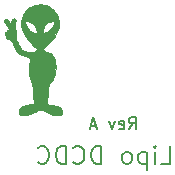
<source format=gbr>
%TF.GenerationSoftware,KiCad,Pcbnew,7.0.5*%
%TF.CreationDate,2023-06-26T08:48:10-07:00*%
%TF.ProjectId,42Vdownto5V,34325664-6f77-46e7-946f-35562e6b6963,rev?*%
%TF.SameCoordinates,Original*%
%TF.FileFunction,Legend,Bot*%
%TF.FilePolarity,Positive*%
%FSLAX46Y46*%
G04 Gerber Fmt 4.6, Leading zero omitted, Abs format (unit mm)*
G04 Created by KiCad (PCBNEW 7.0.5) date 2023-06-26 08:48:10*
%MOMM*%
%LPD*%
G01*
G04 APERTURE LIST*
%ADD10C,0.150000*%
%ADD11C,0.200000*%
%ADD12C,0.010000*%
G04 APERTURE END LIST*
D10*
X119091792Y-98869819D02*
X119425125Y-98393628D01*
X119663220Y-98869819D02*
X119663220Y-97869819D01*
X119663220Y-97869819D02*
X119282268Y-97869819D01*
X119282268Y-97869819D02*
X119187030Y-97917438D01*
X119187030Y-97917438D02*
X119139411Y-97965057D01*
X119139411Y-97965057D02*
X119091792Y-98060295D01*
X119091792Y-98060295D02*
X119091792Y-98203152D01*
X119091792Y-98203152D02*
X119139411Y-98298390D01*
X119139411Y-98298390D02*
X119187030Y-98346009D01*
X119187030Y-98346009D02*
X119282268Y-98393628D01*
X119282268Y-98393628D02*
X119663220Y-98393628D01*
X118282268Y-98822200D02*
X118377506Y-98869819D01*
X118377506Y-98869819D02*
X118567982Y-98869819D01*
X118567982Y-98869819D02*
X118663220Y-98822200D01*
X118663220Y-98822200D02*
X118710839Y-98726961D01*
X118710839Y-98726961D02*
X118710839Y-98346009D01*
X118710839Y-98346009D02*
X118663220Y-98250771D01*
X118663220Y-98250771D02*
X118567982Y-98203152D01*
X118567982Y-98203152D02*
X118377506Y-98203152D01*
X118377506Y-98203152D02*
X118282268Y-98250771D01*
X118282268Y-98250771D02*
X118234649Y-98346009D01*
X118234649Y-98346009D02*
X118234649Y-98441247D01*
X118234649Y-98441247D02*
X118710839Y-98536485D01*
X117901315Y-98203152D02*
X117663220Y-98869819D01*
X117663220Y-98869819D02*
X117425125Y-98203152D01*
X116329886Y-98584104D02*
X115853696Y-98584104D01*
X116425124Y-98869819D02*
X116091791Y-97869819D01*
X116091791Y-97869819D02*
X115758458Y-98869819D01*
D11*
X121821428Y-101806028D02*
X122535714Y-101806028D01*
X122535714Y-101806028D02*
X122535714Y-100306028D01*
X121321428Y-101806028D02*
X121321428Y-100806028D01*
X121321428Y-100306028D02*
X121392856Y-100377457D01*
X121392856Y-100377457D02*
X121321428Y-100448885D01*
X121321428Y-100448885D02*
X121249999Y-100377457D01*
X121249999Y-100377457D02*
X121321428Y-100306028D01*
X121321428Y-100306028D02*
X121321428Y-100448885D01*
X120607142Y-100806028D02*
X120607142Y-102306028D01*
X120607142Y-100877457D02*
X120464285Y-100806028D01*
X120464285Y-100806028D02*
X120178570Y-100806028D01*
X120178570Y-100806028D02*
X120035713Y-100877457D01*
X120035713Y-100877457D02*
X119964285Y-100948885D01*
X119964285Y-100948885D02*
X119892856Y-101091742D01*
X119892856Y-101091742D02*
X119892856Y-101520314D01*
X119892856Y-101520314D02*
X119964285Y-101663171D01*
X119964285Y-101663171D02*
X120035713Y-101734600D01*
X120035713Y-101734600D02*
X120178570Y-101806028D01*
X120178570Y-101806028D02*
X120464285Y-101806028D01*
X120464285Y-101806028D02*
X120607142Y-101734600D01*
X119035713Y-101806028D02*
X119178570Y-101734600D01*
X119178570Y-101734600D02*
X119249999Y-101663171D01*
X119249999Y-101663171D02*
X119321427Y-101520314D01*
X119321427Y-101520314D02*
X119321427Y-101091742D01*
X119321427Y-101091742D02*
X119249999Y-100948885D01*
X119249999Y-100948885D02*
X119178570Y-100877457D01*
X119178570Y-100877457D02*
X119035713Y-100806028D01*
X119035713Y-100806028D02*
X118821427Y-100806028D01*
X118821427Y-100806028D02*
X118678570Y-100877457D01*
X118678570Y-100877457D02*
X118607142Y-100948885D01*
X118607142Y-100948885D02*
X118535713Y-101091742D01*
X118535713Y-101091742D02*
X118535713Y-101520314D01*
X118535713Y-101520314D02*
X118607142Y-101663171D01*
X118607142Y-101663171D02*
X118678570Y-101734600D01*
X118678570Y-101734600D02*
X118821427Y-101806028D01*
X118821427Y-101806028D02*
X119035713Y-101806028D01*
X116749999Y-101806028D02*
X116749999Y-100306028D01*
X116749999Y-100306028D02*
X116392856Y-100306028D01*
X116392856Y-100306028D02*
X116178570Y-100377457D01*
X116178570Y-100377457D02*
X116035713Y-100520314D01*
X116035713Y-100520314D02*
X115964284Y-100663171D01*
X115964284Y-100663171D02*
X115892856Y-100948885D01*
X115892856Y-100948885D02*
X115892856Y-101163171D01*
X115892856Y-101163171D02*
X115964284Y-101448885D01*
X115964284Y-101448885D02*
X116035713Y-101591742D01*
X116035713Y-101591742D02*
X116178570Y-101734600D01*
X116178570Y-101734600D02*
X116392856Y-101806028D01*
X116392856Y-101806028D02*
X116749999Y-101806028D01*
X114392856Y-101663171D02*
X114464284Y-101734600D01*
X114464284Y-101734600D02*
X114678570Y-101806028D01*
X114678570Y-101806028D02*
X114821427Y-101806028D01*
X114821427Y-101806028D02*
X115035713Y-101734600D01*
X115035713Y-101734600D02*
X115178570Y-101591742D01*
X115178570Y-101591742D02*
X115249999Y-101448885D01*
X115249999Y-101448885D02*
X115321427Y-101163171D01*
X115321427Y-101163171D02*
X115321427Y-100948885D01*
X115321427Y-100948885D02*
X115249999Y-100663171D01*
X115249999Y-100663171D02*
X115178570Y-100520314D01*
X115178570Y-100520314D02*
X115035713Y-100377457D01*
X115035713Y-100377457D02*
X114821427Y-100306028D01*
X114821427Y-100306028D02*
X114678570Y-100306028D01*
X114678570Y-100306028D02*
X114464284Y-100377457D01*
X114464284Y-100377457D02*
X114392856Y-100448885D01*
X113749999Y-101806028D02*
X113749999Y-100306028D01*
X113749999Y-100306028D02*
X113392856Y-100306028D01*
X113392856Y-100306028D02*
X113178570Y-100377457D01*
X113178570Y-100377457D02*
X113035713Y-100520314D01*
X113035713Y-100520314D02*
X112964284Y-100663171D01*
X112964284Y-100663171D02*
X112892856Y-100948885D01*
X112892856Y-100948885D02*
X112892856Y-101163171D01*
X112892856Y-101163171D02*
X112964284Y-101448885D01*
X112964284Y-101448885D02*
X113035713Y-101591742D01*
X113035713Y-101591742D02*
X113178570Y-101734600D01*
X113178570Y-101734600D02*
X113392856Y-101806028D01*
X113392856Y-101806028D02*
X113749999Y-101806028D01*
X111392856Y-101663171D02*
X111464284Y-101734600D01*
X111464284Y-101734600D02*
X111678570Y-101806028D01*
X111678570Y-101806028D02*
X111821427Y-101806028D01*
X111821427Y-101806028D02*
X112035713Y-101734600D01*
X112035713Y-101734600D02*
X112178570Y-101591742D01*
X112178570Y-101591742D02*
X112249999Y-101448885D01*
X112249999Y-101448885D02*
X112321427Y-101163171D01*
X112321427Y-101163171D02*
X112321427Y-100948885D01*
X112321427Y-100948885D02*
X112249999Y-100663171D01*
X112249999Y-100663171D02*
X112178570Y-100520314D01*
X112178570Y-100520314D02*
X112035713Y-100377457D01*
X112035713Y-100377457D02*
X111821427Y-100306028D01*
X111821427Y-100306028D02*
X111678570Y-100306028D01*
X111678570Y-100306028D02*
X111464284Y-100377457D01*
X111464284Y-100377457D02*
X111392856Y-100448885D01*
%TO.C,G\u002A\u002A\u002A*%
D12*
X113156187Y-89743860D02*
X113165707Y-89869461D01*
X113169619Y-89989351D01*
X113167479Y-90095107D01*
X113158841Y-90178305D01*
X113143546Y-90252203D01*
X113095772Y-90415530D01*
X113027810Y-90591769D01*
X112942220Y-90775642D01*
X112841559Y-90961871D01*
X112728386Y-91145178D01*
X112605258Y-91320286D01*
X112582165Y-91349650D01*
X112519810Y-91422161D01*
X112441093Y-91507610D01*
X112351218Y-91600839D01*
X112255388Y-91696687D01*
X112158807Y-91789994D01*
X112066679Y-91875602D01*
X111984209Y-91948350D01*
X111916599Y-92003079D01*
X111881585Y-92031405D01*
X111846591Y-92067901D01*
X111836828Y-92093065D01*
X111838638Y-92100234D01*
X111867539Y-92152435D01*
X111922167Y-92208512D01*
X111998026Y-92265431D01*
X112090617Y-92320158D01*
X112195444Y-92369660D01*
X112308009Y-92410903D01*
X112387802Y-92436678D01*
X112470110Y-92467136D01*
X112532340Y-92498137D01*
X112580551Y-92534496D01*
X112620797Y-92581030D01*
X112659138Y-92642556D01*
X112701628Y-92723888D01*
X112711158Y-92743201D01*
X112768806Y-92878364D01*
X112813466Y-93021505D01*
X112846367Y-93178307D01*
X112868742Y-93354453D01*
X112881821Y-93555625D01*
X112884542Y-93685249D01*
X112873206Y-93940106D01*
X112839155Y-94175712D01*
X112782591Y-94390886D01*
X112703721Y-94584449D01*
X112684722Y-94621784D01*
X112635163Y-94706284D01*
X112579564Y-94779759D01*
X112510691Y-94851030D01*
X112421310Y-94928922D01*
X112418972Y-94930857D01*
X112387605Y-94959229D01*
X112362362Y-94989269D01*
X112341973Y-95025260D01*
X112325168Y-95071479D01*
X112310678Y-95132209D01*
X112297231Y-95211727D01*
X112283558Y-95314315D01*
X112268389Y-95444253D01*
X112267786Y-95449653D01*
X112259867Y-95526841D01*
X112250747Y-95625306D01*
X112240787Y-95740239D01*
X112230348Y-95866830D01*
X112219788Y-96000269D01*
X112209469Y-96135747D01*
X112199749Y-96268453D01*
X112190990Y-96393578D01*
X112183550Y-96506313D01*
X112177790Y-96601847D01*
X112174070Y-96675371D01*
X112172750Y-96722075D01*
X112172750Y-96774678D01*
X112335469Y-96793349D01*
X112451192Y-96807576D01*
X112666585Y-96840355D01*
X112852438Y-96878291D01*
X113010034Y-96921917D01*
X113140656Y-96971768D01*
X113245589Y-97028378D01*
X113326118Y-97092281D01*
X113383524Y-97164011D01*
X113419094Y-97244102D01*
X113428964Y-97287055D01*
X113438902Y-97358981D01*
X113442750Y-97429658D01*
X113442746Y-97432122D01*
X113434560Y-97521925D01*
X113408667Y-97588519D01*
X113362019Y-97636782D01*
X113291571Y-97671588D01*
X113224302Y-97687239D01*
X113129432Y-97695750D01*
X113017267Y-97696391D01*
X112894597Y-97689719D01*
X112768214Y-97676294D01*
X112644907Y-97656675D01*
X112531468Y-97631420D01*
X112434688Y-97601087D01*
X112418224Y-97594054D01*
X112373684Y-97573540D01*
X112308421Y-97542636D01*
X112226976Y-97503513D01*
X112133888Y-97458342D01*
X112033695Y-97409295D01*
X111963435Y-97375168D01*
X111866361Y-97329396D01*
X111778780Y-97289672D01*
X111705404Y-97258065D01*
X111650941Y-97236646D01*
X111620101Y-97227485D01*
X111603240Y-97226087D01*
X111574369Y-97228395D01*
X111538761Y-97238022D01*
X111491111Y-97256900D01*
X111426115Y-97286963D01*
X111338469Y-97330145D01*
X111322664Y-97338021D01*
X111122085Y-97432901D01*
X110929245Y-97514900D01*
X110749849Y-97581724D01*
X110589600Y-97631082D01*
X110556252Y-97639794D01*
X110493840Y-97654082D01*
X110434564Y-97663707D01*
X110369707Y-97669602D01*
X110290550Y-97672696D01*
X110188375Y-97673921D01*
X110128064Y-97674071D01*
X110046306Y-97673240D01*
X109987266Y-97670578D01*
X109945246Y-97665560D01*
X109914548Y-97657660D01*
X109889472Y-97646353D01*
X109862036Y-97627531D01*
X109815209Y-97568159D01*
X109786178Y-97485278D01*
X109776063Y-97381500D01*
X109778195Y-97313227D01*
X109791841Y-97226897D01*
X109820405Y-97156590D01*
X109866549Y-97093843D01*
X109901650Y-97060575D01*
X109987314Y-97002646D01*
X110098715Y-96948131D01*
X110232017Y-96898231D01*
X110383380Y-96854144D01*
X110548968Y-96817069D01*
X110724940Y-96788205D01*
X110907459Y-96768749D01*
X111047106Y-96757888D01*
X111037952Y-96652975D01*
X111036623Y-96636656D01*
X111032584Y-96581424D01*
X111027099Y-96501589D01*
X111020484Y-96401947D01*
X111013055Y-96287291D01*
X111005129Y-96162419D01*
X110997021Y-96032125D01*
X110996646Y-96026048D01*
X110982885Y-95815476D01*
X110968883Y-95632143D01*
X110953763Y-95471665D01*
X110936646Y-95329654D01*
X110916654Y-95201727D01*
X110892910Y-95083497D01*
X110864535Y-94970579D01*
X110830653Y-94858587D01*
X110790383Y-94743136D01*
X110742850Y-94619839D01*
X110687175Y-94484312D01*
X110682254Y-94472559D01*
X110659720Y-94416760D01*
X110644083Y-94370683D01*
X110633827Y-94326036D01*
X110627437Y-94274525D01*
X110623397Y-94207856D01*
X110620193Y-94117739D01*
X110619582Y-93916373D01*
X110630006Y-93684164D01*
X110651261Y-93436260D01*
X110682875Y-93179707D01*
X110688432Y-93139617D01*
X110700403Y-93039764D01*
X110705219Y-92964665D01*
X110702350Y-92909583D01*
X110691268Y-92869781D01*
X110671444Y-92840523D01*
X110642346Y-92817071D01*
X110627453Y-92809694D01*
X110584128Y-92792383D01*
X110520383Y-92769168D01*
X110442075Y-92742161D01*
X110355063Y-92713474D01*
X110311170Y-92698967D01*
X110211459Y-92663756D01*
X110114462Y-92626787D01*
X110029420Y-92591655D01*
X109965576Y-92561956D01*
X109937173Y-92546806D01*
X109832776Y-92482484D01*
X109732903Y-92408661D01*
X109646033Y-92332006D01*
X109580646Y-92259189D01*
X109567306Y-92240399D01*
X109526452Y-92173808D01*
X109478462Y-92085437D01*
X109426237Y-91981004D01*
X109372678Y-91866227D01*
X109320686Y-91746824D01*
X109289178Y-91673542D01*
X109240960Y-91572235D01*
X109194397Y-91492781D01*
X109144968Y-91429779D01*
X109088149Y-91377831D01*
X109019417Y-91331538D01*
X108934250Y-91285499D01*
X108895656Y-91265608D01*
X108813092Y-91217506D01*
X108752333Y-91170928D01*
X108707106Y-91120523D01*
X108671142Y-91060938D01*
X108655638Y-91028080D01*
X108625221Y-90947868D01*
X108603215Y-90867322D01*
X108591908Y-90795830D01*
X108593590Y-90742782D01*
X108606549Y-90713804D01*
X108640574Y-90666159D01*
X108688395Y-90611482D01*
X108743476Y-90556249D01*
X108799283Y-90506939D01*
X108849283Y-90470027D01*
X108886940Y-90451993D01*
X108906889Y-90446888D01*
X108921837Y-90439157D01*
X108928246Y-90426299D01*
X108924712Y-90405346D01*
X108909832Y-90373330D01*
X108882201Y-90327285D01*
X108840418Y-90264242D01*
X108783077Y-90181234D01*
X108708776Y-90075293D01*
X108656563Y-89995829D01*
X108598028Y-89888755D01*
X108558656Y-89791363D01*
X108540948Y-89709109D01*
X108538028Y-89662753D01*
X108542553Y-89633148D01*
X108560249Y-89613115D01*
X108596490Y-89591247D01*
X108638721Y-89570580D01*
X108675253Y-89564488D01*
X108718807Y-89572713D01*
X108741234Y-89581256D01*
X108793830Y-89612806D01*
X108844577Y-89655781D01*
X108867304Y-89681516D01*
X108915010Y-89748367D01*
X108965498Y-89832338D01*
X109014136Y-89924918D01*
X109056294Y-90017598D01*
X109087340Y-90101869D01*
X109116581Y-90196175D01*
X109127688Y-90133619D01*
X109131955Y-90095197D01*
X109135745Y-90032524D01*
X109138474Y-89955394D01*
X109139735Y-89872625D01*
X109140863Y-89801856D01*
X109146484Y-89713790D01*
X109158408Y-89648003D01*
X109178448Y-89598829D01*
X109208418Y-89560603D01*
X109250129Y-89527660D01*
X109258392Y-89522370D01*
X109327248Y-89495258D01*
X109393741Y-89497822D01*
X109453272Y-89530010D01*
X109473237Y-89548603D01*
X109486860Y-89568882D01*
X109493941Y-89596996D01*
X109496391Y-89640914D01*
X109496121Y-89708604D01*
X109495276Y-89736278D01*
X109487385Y-89831701D01*
X109472599Y-89941167D01*
X109452465Y-90052501D01*
X109432785Y-90150139D01*
X109419484Y-90225613D01*
X109413508Y-90280975D01*
X109415088Y-90321753D01*
X109424454Y-90353472D01*
X109441838Y-90381659D01*
X109467470Y-90411841D01*
X109518279Y-90485496D01*
X109555841Y-90583883D01*
X109569257Y-90688741D01*
X109568063Y-90711780D01*
X109561386Y-90768975D01*
X109550155Y-90840724D01*
X109535873Y-90916759D01*
X109526524Y-90964801D01*
X109515278Y-91040848D01*
X109512242Y-91108683D01*
X109518649Y-91174280D01*
X109535735Y-91243617D01*
X109564736Y-91322669D01*
X109606886Y-91417411D01*
X109663421Y-91533819D01*
X109716968Y-91639638D01*
X109793885Y-91782193D01*
X109864928Y-91899950D01*
X109932689Y-91996136D01*
X109999763Y-92073977D01*
X110068744Y-92136699D01*
X110142224Y-92187529D01*
X110222797Y-92229693D01*
X110344572Y-92276525D01*
X110485180Y-92313393D01*
X110630647Y-92336450D01*
X110774484Y-92345317D01*
X110910200Y-92339612D01*
X111031306Y-92318954D01*
X111131312Y-92282965D01*
X111158259Y-92268534D01*
X111214460Y-92233908D01*
X111269629Y-92195127D01*
X111317184Y-92157259D01*
X111350543Y-92125370D01*
X111363125Y-92104525D01*
X111363123Y-92104393D01*
X111350259Y-92087540D01*
X111315913Y-92057792D01*
X111265266Y-92019309D01*
X111203498Y-91976254D01*
X111172331Y-91954848D01*
X111010428Y-91827744D01*
X110847697Y-91674962D01*
X110687964Y-91501197D01*
X110535055Y-91311142D01*
X110392794Y-91109493D01*
X110265006Y-90900943D01*
X110155517Y-90690187D01*
X110107317Y-90583117D01*
X110056450Y-90451164D01*
X110020261Y-90326292D01*
X109995899Y-90198177D01*
X109980513Y-90056494D01*
X109973065Y-89936282D01*
X109971499Y-89783137D01*
X109977106Y-89709160D01*
X110281837Y-89709160D01*
X110289936Y-89747236D01*
X110293610Y-89764858D01*
X110303387Y-89813011D01*
X110314431Y-89868450D01*
X110327126Y-89922515D01*
X110376890Y-90062630D01*
X110448097Y-90201699D01*
X110535846Y-90332061D01*
X110635236Y-90446051D01*
X110741367Y-90536008D01*
X110765187Y-90552231D01*
X110892885Y-90628179D01*
X111030289Y-90694545D01*
X111162391Y-90743916D01*
X111167818Y-90745588D01*
X111221076Y-90761729D01*
X111260352Y-90773160D01*
X111277485Y-90777500D01*
X111277944Y-90777427D01*
X111282634Y-90760799D01*
X111283645Y-90719336D01*
X111281718Y-90671635D01*
X111791870Y-90671635D01*
X111793319Y-90719336D01*
X111793487Y-90724882D01*
X111797714Y-90762554D01*
X111803657Y-90776568D01*
X111803742Y-90776561D01*
X111824066Y-90771081D01*
X111865349Y-90757822D01*
X111918750Y-90739621D01*
X112114744Y-90658132D01*
X112290887Y-90556037D01*
X112441361Y-90435458D01*
X112566035Y-90296542D01*
X112664777Y-90139439D01*
X112737455Y-89964295D01*
X112783937Y-89771258D01*
X112794120Y-89709579D01*
X112664715Y-89720867D01*
X112541349Y-89735618D01*
X112399773Y-89766801D01*
X112278540Y-89813822D01*
X112172240Y-89879518D01*
X112075458Y-89966725D01*
X111982784Y-90078280D01*
X111946055Y-90130166D01*
X111874603Y-90253581D01*
X111826927Y-90379047D01*
X111800269Y-90515117D01*
X111791870Y-90670343D01*
X111791870Y-90671635D01*
X111281718Y-90671635D01*
X111281219Y-90659280D01*
X111275600Y-90586877D01*
X111267029Y-90508371D01*
X111252966Y-90417996D01*
X111223382Y-90303426D01*
X111179917Y-90202339D01*
X111118769Y-90104374D01*
X111087358Y-90062234D01*
X110981627Y-89945998D01*
X110864406Y-89855610D01*
X110732007Y-89789075D01*
X110580742Y-89744400D01*
X110406923Y-89719592D01*
X110281837Y-89709160D01*
X109977106Y-89709160D01*
X109981759Y-89647758D01*
X110004905Y-89522842D01*
X110041999Y-89401085D01*
X110094105Y-89275182D01*
X110140093Y-89181867D01*
X110260986Y-88984595D01*
X110402952Y-88810891D01*
X110565406Y-88661252D01*
X110747763Y-88536174D01*
X110949436Y-88436156D01*
X111169840Y-88361694D01*
X111240941Y-88346022D01*
X111367479Y-88328934D01*
X111507408Y-88320074D01*
X111650262Y-88319676D01*
X111785574Y-88327977D01*
X111902875Y-88345212D01*
X112052920Y-88382839D01*
X112246486Y-88454639D01*
X112423837Y-88550762D01*
X112589206Y-88673617D01*
X112746831Y-88825617D01*
X112776784Y-88858244D01*
X112874612Y-88971389D01*
X112951542Y-89074256D01*
X113011259Y-89173608D01*
X113057444Y-89276210D01*
X113093782Y-89388825D01*
X113123955Y-89518217D01*
X113141505Y-89620973D01*
X113152092Y-89709579D01*
X113156187Y-89743860D01*
G36*
X113156187Y-89743860D02*
G01*
X113165707Y-89869461D01*
X113169619Y-89989351D01*
X113167479Y-90095107D01*
X113158841Y-90178305D01*
X113143546Y-90252203D01*
X113095772Y-90415530D01*
X113027810Y-90591769D01*
X112942220Y-90775642D01*
X112841559Y-90961871D01*
X112728386Y-91145178D01*
X112605258Y-91320286D01*
X112582165Y-91349650D01*
X112519810Y-91422161D01*
X112441093Y-91507610D01*
X112351218Y-91600839D01*
X112255388Y-91696687D01*
X112158807Y-91789994D01*
X112066679Y-91875602D01*
X111984209Y-91948350D01*
X111916599Y-92003079D01*
X111881585Y-92031405D01*
X111846591Y-92067901D01*
X111836828Y-92093065D01*
X111838638Y-92100234D01*
X111867539Y-92152435D01*
X111922167Y-92208512D01*
X111998026Y-92265431D01*
X112090617Y-92320158D01*
X112195444Y-92369660D01*
X112308009Y-92410903D01*
X112387802Y-92436678D01*
X112470110Y-92467136D01*
X112532340Y-92498137D01*
X112580551Y-92534496D01*
X112620797Y-92581030D01*
X112659138Y-92642556D01*
X112701628Y-92723888D01*
X112711158Y-92743201D01*
X112768806Y-92878364D01*
X112813466Y-93021505D01*
X112846367Y-93178307D01*
X112868742Y-93354453D01*
X112881821Y-93555625D01*
X112884542Y-93685249D01*
X112873206Y-93940106D01*
X112839155Y-94175712D01*
X112782591Y-94390886D01*
X112703721Y-94584449D01*
X112684722Y-94621784D01*
X112635163Y-94706284D01*
X112579564Y-94779759D01*
X112510691Y-94851030D01*
X112421310Y-94928922D01*
X112418972Y-94930857D01*
X112387605Y-94959229D01*
X112362362Y-94989269D01*
X112341973Y-95025260D01*
X112325168Y-95071479D01*
X112310678Y-95132209D01*
X112297231Y-95211727D01*
X112283558Y-95314315D01*
X112268389Y-95444253D01*
X112267786Y-95449653D01*
X112259867Y-95526841D01*
X112250747Y-95625306D01*
X112240787Y-95740239D01*
X112230348Y-95866830D01*
X112219788Y-96000269D01*
X112209469Y-96135747D01*
X112199749Y-96268453D01*
X112190990Y-96393578D01*
X112183550Y-96506313D01*
X112177790Y-96601847D01*
X112174070Y-96675371D01*
X112172750Y-96722075D01*
X112172750Y-96774678D01*
X112335469Y-96793349D01*
X112451192Y-96807576D01*
X112666585Y-96840355D01*
X112852438Y-96878291D01*
X113010034Y-96921917D01*
X113140656Y-96971768D01*
X113245589Y-97028378D01*
X113326118Y-97092281D01*
X113383524Y-97164011D01*
X113419094Y-97244102D01*
X113428964Y-97287055D01*
X113438902Y-97358981D01*
X113442750Y-97429658D01*
X113442746Y-97432122D01*
X113434560Y-97521925D01*
X113408667Y-97588519D01*
X113362019Y-97636782D01*
X113291571Y-97671588D01*
X113224302Y-97687239D01*
X113129432Y-97695750D01*
X113017267Y-97696391D01*
X112894597Y-97689719D01*
X112768214Y-97676294D01*
X112644907Y-97656675D01*
X112531468Y-97631420D01*
X112434688Y-97601087D01*
X112418224Y-97594054D01*
X112373684Y-97573540D01*
X112308421Y-97542636D01*
X112226976Y-97503513D01*
X112133888Y-97458342D01*
X112033695Y-97409295D01*
X111963435Y-97375168D01*
X111866361Y-97329396D01*
X111778780Y-97289672D01*
X111705404Y-97258065D01*
X111650941Y-97236646D01*
X111620101Y-97227485D01*
X111603240Y-97226087D01*
X111574369Y-97228395D01*
X111538761Y-97238022D01*
X111491111Y-97256900D01*
X111426115Y-97286963D01*
X111338469Y-97330145D01*
X111322664Y-97338021D01*
X111122085Y-97432901D01*
X110929245Y-97514900D01*
X110749849Y-97581724D01*
X110589600Y-97631082D01*
X110556252Y-97639794D01*
X110493840Y-97654082D01*
X110434564Y-97663707D01*
X110369707Y-97669602D01*
X110290550Y-97672696D01*
X110188375Y-97673921D01*
X110128064Y-97674071D01*
X110046306Y-97673240D01*
X109987266Y-97670578D01*
X109945246Y-97665560D01*
X109914548Y-97657660D01*
X109889472Y-97646353D01*
X109862036Y-97627531D01*
X109815209Y-97568159D01*
X109786178Y-97485278D01*
X109776063Y-97381500D01*
X109778195Y-97313227D01*
X109791841Y-97226897D01*
X109820405Y-97156590D01*
X109866549Y-97093843D01*
X109901650Y-97060575D01*
X109987314Y-97002646D01*
X110098715Y-96948131D01*
X110232017Y-96898231D01*
X110383380Y-96854144D01*
X110548968Y-96817069D01*
X110724940Y-96788205D01*
X110907459Y-96768749D01*
X111047106Y-96757888D01*
X111037952Y-96652975D01*
X111036623Y-96636656D01*
X111032584Y-96581424D01*
X111027099Y-96501589D01*
X111020484Y-96401947D01*
X111013055Y-96287291D01*
X111005129Y-96162419D01*
X110997021Y-96032125D01*
X110996646Y-96026048D01*
X110982885Y-95815476D01*
X110968883Y-95632143D01*
X110953763Y-95471665D01*
X110936646Y-95329654D01*
X110916654Y-95201727D01*
X110892910Y-95083497D01*
X110864535Y-94970579D01*
X110830653Y-94858587D01*
X110790383Y-94743136D01*
X110742850Y-94619839D01*
X110687175Y-94484312D01*
X110682254Y-94472559D01*
X110659720Y-94416760D01*
X110644083Y-94370683D01*
X110633827Y-94326036D01*
X110627437Y-94274525D01*
X110623397Y-94207856D01*
X110620193Y-94117739D01*
X110619582Y-93916373D01*
X110630006Y-93684164D01*
X110651261Y-93436260D01*
X110682875Y-93179707D01*
X110688432Y-93139617D01*
X110700403Y-93039764D01*
X110705219Y-92964665D01*
X110702350Y-92909583D01*
X110691268Y-92869781D01*
X110671444Y-92840523D01*
X110642346Y-92817071D01*
X110627453Y-92809694D01*
X110584128Y-92792383D01*
X110520383Y-92769168D01*
X110442075Y-92742161D01*
X110355063Y-92713474D01*
X110311170Y-92698967D01*
X110211459Y-92663756D01*
X110114462Y-92626787D01*
X110029420Y-92591655D01*
X109965576Y-92561956D01*
X109937173Y-92546806D01*
X109832776Y-92482484D01*
X109732903Y-92408661D01*
X109646033Y-92332006D01*
X109580646Y-92259189D01*
X109567306Y-92240399D01*
X109526452Y-92173808D01*
X109478462Y-92085437D01*
X109426237Y-91981004D01*
X109372678Y-91866227D01*
X109320686Y-91746824D01*
X109289178Y-91673542D01*
X109240960Y-91572235D01*
X109194397Y-91492781D01*
X109144968Y-91429779D01*
X109088149Y-91377831D01*
X109019417Y-91331538D01*
X108934250Y-91285499D01*
X108895656Y-91265608D01*
X108813092Y-91217506D01*
X108752333Y-91170928D01*
X108707106Y-91120523D01*
X108671142Y-91060938D01*
X108655638Y-91028080D01*
X108625221Y-90947868D01*
X108603215Y-90867322D01*
X108591908Y-90795830D01*
X108593590Y-90742782D01*
X108606549Y-90713804D01*
X108640574Y-90666159D01*
X108688395Y-90611482D01*
X108743476Y-90556249D01*
X108799283Y-90506939D01*
X108849283Y-90470027D01*
X108886940Y-90451993D01*
X108906889Y-90446888D01*
X108921837Y-90439157D01*
X108928246Y-90426299D01*
X108924712Y-90405346D01*
X108909832Y-90373330D01*
X108882201Y-90327285D01*
X108840418Y-90264242D01*
X108783077Y-90181234D01*
X108708776Y-90075293D01*
X108656563Y-89995829D01*
X108598028Y-89888755D01*
X108558656Y-89791363D01*
X108540948Y-89709109D01*
X108538028Y-89662753D01*
X108542553Y-89633148D01*
X108560249Y-89613115D01*
X108596490Y-89591247D01*
X108638721Y-89570580D01*
X108675253Y-89564488D01*
X108718807Y-89572713D01*
X108741234Y-89581256D01*
X108793830Y-89612806D01*
X108844577Y-89655781D01*
X108867304Y-89681516D01*
X108915010Y-89748367D01*
X108965498Y-89832338D01*
X109014136Y-89924918D01*
X109056294Y-90017598D01*
X109087340Y-90101869D01*
X109116581Y-90196175D01*
X109127688Y-90133619D01*
X109131955Y-90095197D01*
X109135745Y-90032524D01*
X109138474Y-89955394D01*
X109139735Y-89872625D01*
X109140863Y-89801856D01*
X109146484Y-89713790D01*
X109158408Y-89648003D01*
X109178448Y-89598829D01*
X109208418Y-89560603D01*
X109250129Y-89527660D01*
X109258392Y-89522370D01*
X109327248Y-89495258D01*
X109393741Y-89497822D01*
X109453272Y-89530010D01*
X109473237Y-89548603D01*
X109486860Y-89568882D01*
X109493941Y-89596996D01*
X109496391Y-89640914D01*
X109496121Y-89708604D01*
X109495276Y-89736278D01*
X109487385Y-89831701D01*
X109472599Y-89941167D01*
X109452465Y-90052501D01*
X109432785Y-90150139D01*
X109419484Y-90225613D01*
X109413508Y-90280975D01*
X109415088Y-90321753D01*
X109424454Y-90353472D01*
X109441838Y-90381659D01*
X109467470Y-90411841D01*
X109518279Y-90485496D01*
X109555841Y-90583883D01*
X109569257Y-90688741D01*
X109568063Y-90711780D01*
X109561386Y-90768975D01*
X109550155Y-90840724D01*
X109535873Y-90916759D01*
X109526524Y-90964801D01*
X109515278Y-91040848D01*
X109512242Y-91108683D01*
X109518649Y-91174280D01*
X109535735Y-91243617D01*
X109564736Y-91322669D01*
X109606886Y-91417411D01*
X109663421Y-91533819D01*
X109716968Y-91639638D01*
X109793885Y-91782193D01*
X109864928Y-91899950D01*
X109932689Y-91996136D01*
X109999763Y-92073977D01*
X110068744Y-92136699D01*
X110142224Y-92187529D01*
X110222797Y-92229693D01*
X110344572Y-92276525D01*
X110485180Y-92313393D01*
X110630647Y-92336450D01*
X110774484Y-92345317D01*
X110910200Y-92339612D01*
X111031306Y-92318954D01*
X111131312Y-92282965D01*
X111158259Y-92268534D01*
X111214460Y-92233908D01*
X111269629Y-92195127D01*
X111317184Y-92157259D01*
X111350543Y-92125370D01*
X111363125Y-92104525D01*
X111363123Y-92104393D01*
X111350259Y-92087540D01*
X111315913Y-92057792D01*
X111265266Y-92019309D01*
X111203498Y-91976254D01*
X111172331Y-91954848D01*
X111010428Y-91827744D01*
X110847697Y-91674962D01*
X110687964Y-91501197D01*
X110535055Y-91311142D01*
X110392794Y-91109493D01*
X110265006Y-90900943D01*
X110155517Y-90690187D01*
X110107317Y-90583117D01*
X110056450Y-90451164D01*
X110020261Y-90326292D01*
X109995899Y-90198177D01*
X109980513Y-90056494D01*
X109973065Y-89936282D01*
X109971499Y-89783137D01*
X109977106Y-89709160D01*
X110281837Y-89709160D01*
X110289936Y-89747236D01*
X110293610Y-89764858D01*
X110303387Y-89813011D01*
X110314431Y-89868450D01*
X110327126Y-89922515D01*
X110376890Y-90062630D01*
X110448097Y-90201699D01*
X110535846Y-90332061D01*
X110635236Y-90446051D01*
X110741367Y-90536008D01*
X110765187Y-90552231D01*
X110892885Y-90628179D01*
X111030289Y-90694545D01*
X111162391Y-90743916D01*
X111167818Y-90745588D01*
X111221076Y-90761729D01*
X111260352Y-90773160D01*
X111277485Y-90777500D01*
X111277944Y-90777427D01*
X111282634Y-90760799D01*
X111283645Y-90719336D01*
X111281718Y-90671635D01*
X111791870Y-90671635D01*
X111793319Y-90719336D01*
X111793487Y-90724882D01*
X111797714Y-90762554D01*
X111803657Y-90776568D01*
X111803742Y-90776561D01*
X111824066Y-90771081D01*
X111865349Y-90757822D01*
X111918750Y-90739621D01*
X112114744Y-90658132D01*
X112290887Y-90556037D01*
X112441361Y-90435458D01*
X112566035Y-90296542D01*
X112664777Y-90139439D01*
X112737455Y-89964295D01*
X112783937Y-89771258D01*
X112794120Y-89709579D01*
X112664715Y-89720867D01*
X112541349Y-89735618D01*
X112399773Y-89766801D01*
X112278540Y-89813822D01*
X112172240Y-89879518D01*
X112075458Y-89966725D01*
X111982784Y-90078280D01*
X111946055Y-90130166D01*
X111874603Y-90253581D01*
X111826927Y-90379047D01*
X111800269Y-90515117D01*
X111791870Y-90670343D01*
X111791870Y-90671635D01*
X111281718Y-90671635D01*
X111281219Y-90659280D01*
X111275600Y-90586877D01*
X111267029Y-90508371D01*
X111252966Y-90417996D01*
X111223382Y-90303426D01*
X111179917Y-90202339D01*
X111118769Y-90104374D01*
X111087358Y-90062234D01*
X110981627Y-89945998D01*
X110864406Y-89855610D01*
X110732007Y-89789075D01*
X110580742Y-89744400D01*
X110406923Y-89719592D01*
X110281837Y-89709160D01*
X109977106Y-89709160D01*
X109981759Y-89647758D01*
X110004905Y-89522842D01*
X110041999Y-89401085D01*
X110094105Y-89275182D01*
X110140093Y-89181867D01*
X110260986Y-88984595D01*
X110402952Y-88810891D01*
X110565406Y-88661252D01*
X110747763Y-88536174D01*
X110949436Y-88436156D01*
X111169840Y-88361694D01*
X111240941Y-88346022D01*
X111367479Y-88328934D01*
X111507408Y-88320074D01*
X111650262Y-88319676D01*
X111785574Y-88327977D01*
X111902875Y-88345212D01*
X112052920Y-88382839D01*
X112246486Y-88454639D01*
X112423837Y-88550762D01*
X112589206Y-88673617D01*
X112746831Y-88825617D01*
X112776784Y-88858244D01*
X112874612Y-88971389D01*
X112951542Y-89074256D01*
X113011259Y-89173608D01*
X113057444Y-89276210D01*
X113093782Y-89388825D01*
X113123955Y-89518217D01*
X113141505Y-89620973D01*
X113152092Y-89709579D01*
X113156187Y-89743860D01*
G37*
%TD*%
M02*

</source>
